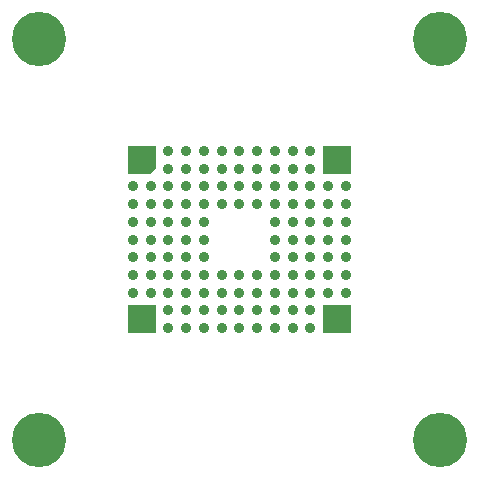
<source format=gbr>
%TF.GenerationSoftware,KiCad,Pcbnew,(6.0.9)*%
%TF.CreationDate,2023-11-19T16:38:05-08:00*%
%TF.ProjectId,IMX283_MIPI_Camera_v2,494d5832-3833-45f4-9d49-50495f43616d,rev?*%
%TF.SameCoordinates,Original*%
%TF.FileFunction,Soldermask,Bot*%
%TF.FilePolarity,Negative*%
%FSLAX46Y46*%
G04 Gerber Fmt 4.6, Leading zero omitted, Abs format (unit mm)*
G04 Created by KiCad (PCBNEW (6.0.9)) date 2023-11-19 16:38:05*
%MOMM*%
%LPD*%
G01*
G04 APERTURE LIST*
%ADD10C,4.600000*%
%ADD11C,0.900000*%
%ADD12R,2.400000X2.400000*%
G04 APERTURE END LIST*
D10*
X0Y0D03*
X34000000Y0D03*
X34000000Y-34000000D03*
X0Y-34000000D03*
D11*
X8000000Y-12500000D03*
X8000000Y-14000000D03*
X8000637Y-15487082D03*
X8000000Y-17000000D03*
X8000000Y-18500000D03*
X8000000Y-20000000D03*
X8000000Y-21500000D03*
X9500000Y-12500000D03*
X9500000Y-14000000D03*
X9500637Y-15487082D03*
X9500000Y-17000000D03*
X9500000Y-18500000D03*
X9500000Y-20000000D03*
X9500000Y-21500000D03*
X11000000Y-9500000D03*
X11000000Y-11000000D03*
X11000000Y-12500000D03*
X11000000Y-14000000D03*
X11000637Y-15487082D03*
X11000000Y-17000000D03*
X11000000Y-18500000D03*
X11000000Y-20000000D03*
X11000000Y-21500000D03*
X11000637Y-22987082D03*
X11000000Y-24500000D03*
X12500000Y-9500000D03*
X12500000Y-11000000D03*
X12500000Y-12500000D03*
X12500000Y-14000000D03*
X12500637Y-15487082D03*
X12500000Y-17000000D03*
X12500000Y-18500000D03*
X12500000Y-20000000D03*
X12500000Y-21500000D03*
X12500637Y-22987082D03*
X12500000Y-24500000D03*
X14000000Y-9500000D03*
X14000000Y-11000000D03*
X14000000Y-12500000D03*
X14000000Y-14000000D03*
X14000637Y-15487082D03*
X14000000Y-17000000D03*
X14000000Y-18500000D03*
X14000000Y-20000000D03*
X14000000Y-21500000D03*
X14000637Y-22987082D03*
X14000000Y-24500000D03*
X15500000Y-9500000D03*
X15500000Y-11000000D03*
X15500000Y-12500000D03*
X15500000Y-14000000D03*
X15500000Y-20000000D03*
X15500000Y-21500000D03*
X15500637Y-22987082D03*
X15500000Y-24500000D03*
X17000000Y-9500000D03*
X17000000Y-11000000D03*
X17000000Y-12500000D03*
X17000000Y-14000000D03*
X17000000Y-20000000D03*
X17000000Y-21500000D03*
X17000637Y-22987082D03*
X17000000Y-24500000D03*
X18500000Y-9500000D03*
X18500000Y-11000000D03*
X18500000Y-12500000D03*
X18500000Y-14000000D03*
X18500000Y-20000000D03*
X18500000Y-21500000D03*
X18500637Y-22987082D03*
X18500000Y-24500000D03*
X20000000Y-9500000D03*
X20000000Y-11000000D03*
X20000000Y-12500000D03*
X20000000Y-14000000D03*
X20000637Y-15487082D03*
X20000000Y-17000000D03*
X20000000Y-18500000D03*
X20000000Y-20000000D03*
X20000000Y-21500000D03*
X20000637Y-22987082D03*
X20000000Y-24500000D03*
X21500000Y-9500000D03*
X21500000Y-11000000D03*
X21500000Y-12500000D03*
X21500000Y-14000000D03*
X21500637Y-15487082D03*
X21500000Y-17000000D03*
X21500000Y-18500000D03*
X21500000Y-20000000D03*
X21500000Y-21500000D03*
X21500637Y-22987082D03*
X21500000Y-24500000D03*
X23000000Y-9500000D03*
X23000000Y-11000000D03*
X23000000Y-12500000D03*
X23000000Y-14000000D03*
X23000637Y-15487082D03*
X23000000Y-17000000D03*
X23000000Y-18500000D03*
X23000000Y-20000000D03*
X23000000Y-21500000D03*
X23000637Y-22987082D03*
X23000000Y-24500000D03*
X24500000Y-12500000D03*
X24500000Y-14000000D03*
X24500637Y-15487082D03*
X24500000Y-17000000D03*
X24500000Y-18500000D03*
X24500000Y-20000000D03*
X24500000Y-21500000D03*
X26000000Y-12500000D03*
X26000000Y-14000000D03*
X26000637Y-15487082D03*
X26000000Y-17000000D03*
X26000000Y-18500000D03*
X26000000Y-20000000D03*
X26000000Y-21500000D03*
D12*
X25250000Y-10250000D03*
X8750000Y-23750000D03*
X25250000Y-23750000D03*
G36*
X9950000Y-10970000D02*
G01*
X9470000Y-11450000D01*
X7550000Y-11450000D01*
X7550000Y-9050000D01*
X9950000Y-9050000D01*
X9950000Y-10970000D01*
G37*
M02*

</source>
